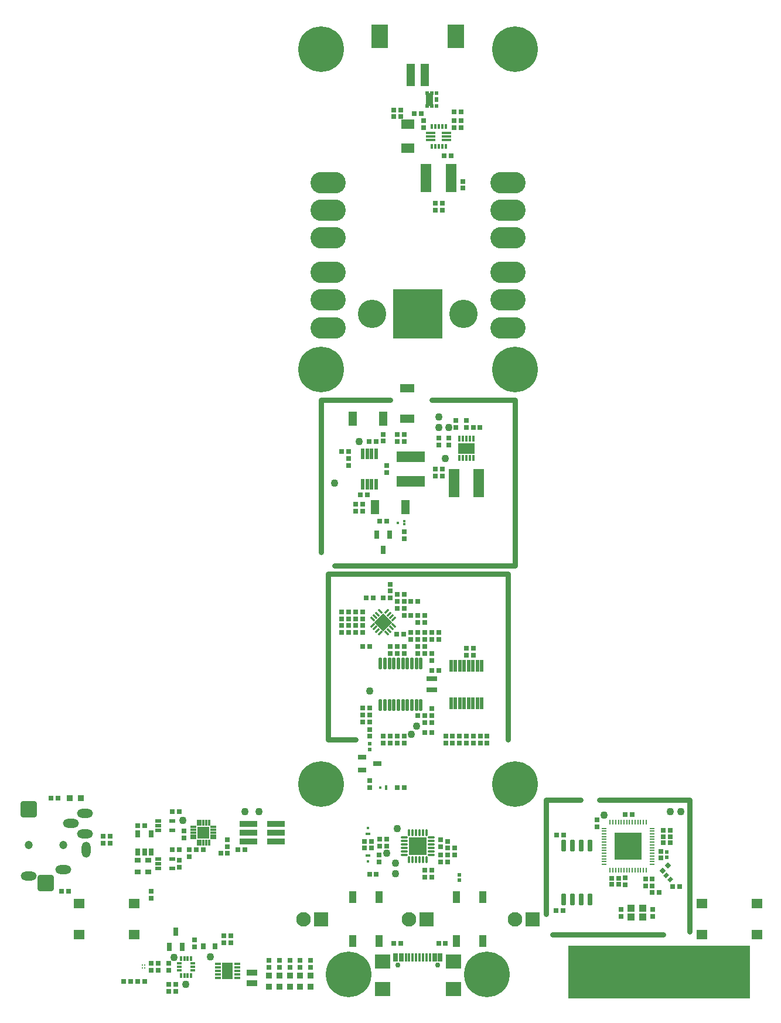
<source format=gbr>
%TF.GenerationSoftware,Altium Limited,Altium Designer,22.5.1 (42)*%
G04 Layer_Color=8388736*
%FSLAX45Y45*%
%MOMM*%
%TF.SameCoordinates,09306DCC-7258-43E0-A79C-DC35209E08F8*%
%TF.FilePolarity,Negative*%
%TF.FileFunction,Soldermask,Top*%
%TF.Part,Single*%
G01*
G75*
%TA.AperFunction,SMDPad,CuDef*%
%ADD46R,0.20320X0.76200*%
%ADD56R,0.76200X0.20320*%
%ADD57R,4.01320X4.01320*%
%ADD67R,1.52400X2.48920*%
%ADD69R,2.48920X1.52400*%
%ADD118R,0.70000X0.65000*%
%ADD119R,0.70000X0.70000*%
%ADD120R,0.70000X0.70000*%
%ADD121R,0.65000X0.70000*%
%TA.AperFunction,ComponentPad*%
%ADD122C,2.10000*%
%ADD123R,2.10000X2.10000*%
%ADD124C,1.20000*%
G04:AMPARAMS|DCode=125|XSize=2.3mm|YSize=2.3mm|CornerRadius=0.27mm|HoleSize=0mm|Usage=FLASHONLY|Rotation=180.000|XOffset=0mm|YOffset=0mm|HoleType=Round|Shape=RoundedRectangle|*
%AMROUNDEDRECTD125*
21,1,2.30000,1.76000,0,0,180.0*
21,1,1.76000,2.30000,0,0,180.0*
1,1,0.54000,-0.88000,0.88000*
1,1,0.54000,0.88000,0.88000*
1,1,0.54000,0.88000,-0.88000*
1,1,0.54000,-0.88000,-0.88000*
%
%ADD125ROUNDEDRECTD125*%
G04:AMPARAMS|DCode=126|XSize=2.3mm|YSize=1.3mm|CornerRadius=0.65mm|HoleSize=0mm|Usage=FLASHONLY|Rotation=180.000|XOffset=0mm|YOffset=0mm|HoleType=Round|Shape=RoundedRectangle|*
%AMROUNDEDRECTD126*
21,1,2.30000,0.00000,0,0,180.0*
21,1,1.00000,1.30000,0,0,180.0*
1,1,1.30000,-0.50000,0.00000*
1,1,1.30000,0.50000,0.00000*
1,1,1.30000,0.50000,0.00000*
1,1,1.30000,-0.50000,0.00000*
%
%ADD126ROUNDEDRECTD126*%
G04:AMPARAMS|DCode=127|XSize=2.3mm|YSize=1.3mm|CornerRadius=0.65mm|HoleSize=0mm|Usage=FLASHONLY|Rotation=90.000|XOffset=0mm|YOffset=0mm|HoleType=Round|Shape=RoundedRectangle|*
%AMROUNDEDRECTD127*
21,1,2.30000,0.00000,0,0,90.0*
21,1,1.00000,1.30000,0,0,90.0*
1,1,1.30000,0.00000,0.50000*
1,1,1.30000,0.00000,-0.50000*
1,1,1.30000,0.00000,-0.50000*
1,1,1.30000,0.00000,0.50000*
%
%ADD127ROUNDEDRECTD127*%
%TA.AperFunction,ViaPad*%
%ADD128C,6.60000*%
%TA.AperFunction,ComponentPad*%
%ADD129C,4.10000*%
%ADD130C,0.75000*%
%TA.AperFunction,NonConductor*%
%ADD139C,0.76200*%
%ADD148R,26.28522X7.60274*%
%ADD149R,1.05000X1.82500*%
%TA.AperFunction,SMDPad,CuDef*%
%ADD150C,1.10000*%
%ADD151R,1.10000X1.70000*%
%ADD152R,1.40000X0.35000*%
%ADD153R,0.35000X0.80000*%
G04:AMPARAMS|DCode=154|XSize=3.1mm|YSize=5.1mm|CornerRadius=1.55mm|HoleSize=0mm|Usage=FLASHONLY|Rotation=90.000|XOffset=0mm|YOffset=0mm|HoleType=Round|Shape=RoundedRectangle|*
%AMROUNDEDRECTD154*
21,1,3.10000,2.00000,0,0,90.0*
21,1,0.00000,5.10000,0,0,90.0*
1,1,3.10000,1.00000,0.00000*
1,1,3.10000,1.00000,0.00000*
1,1,3.10000,-1.00000,0.00000*
1,1,3.10000,-1.00000,0.00000*
%
%ADD154ROUNDEDRECTD154*%
%ADD155P,2.54558X4X360.0*%
G04:AMPARAMS|DCode=156|XSize=0.75mm|YSize=0.35mm|CornerRadius=0mm|HoleSize=0mm|Usage=FLASHONLY|Rotation=135.000|XOffset=0mm|YOffset=0mm|HoleType=Round|Shape=Rectangle|*
%AMROTATEDRECTD156*
4,1,4,0.38891,-0.14142,0.14142,-0.38891,-0.38891,0.14142,-0.14142,0.38891,0.38891,-0.14142,0.0*
%
%ADD156ROTATEDRECTD156*%

G04:AMPARAMS|DCode=157|XSize=0.75mm|YSize=0.35mm|CornerRadius=0mm|HoleSize=0mm|Usage=FLASHONLY|Rotation=225.000|XOffset=0mm|YOffset=0mm|HoleType=Round|Shape=Rectangle|*
%AMROTATEDRECTD157*
4,1,4,0.14142,0.38891,0.38891,0.14142,-0.14142,-0.38891,-0.38891,-0.14142,0.14142,0.38891,0.0*
%
%ADD157ROTATEDRECTD157*%

G04:AMPARAMS|DCode=158|XSize=1.7mm|YSize=0.45mm|CornerRadius=0.0675mm|HoleSize=0mm|Usage=FLASHONLY|Rotation=90.000|XOffset=0mm|YOffset=0mm|HoleType=Round|Shape=RoundedRectangle|*
%AMROUNDEDRECTD158*
21,1,1.70000,0.31500,0,0,90.0*
21,1,1.56500,0.45000,0,0,90.0*
1,1,0.13500,0.15750,0.78250*
1,1,0.13500,0.15750,-0.78250*
1,1,0.13500,-0.15750,-0.78250*
1,1,0.13500,-0.15750,0.78250*
%
%ADD158ROUNDEDRECTD158*%
%ADD159R,1.55000X0.70000*%
G04:AMPARAMS|DCode=160|XSize=1.7mm|YSize=0.51mm|CornerRadius=0.0705mm|HoleSize=0mm|Usage=FLASHONLY|Rotation=270.000|XOffset=0mm|YOffset=0mm|HoleType=Round|Shape=RoundedRectangle|*
%AMROUNDEDRECTD160*
21,1,1.70000,0.36900,0,0,270.0*
21,1,1.55900,0.51000,0,0,270.0*
1,1,0.14100,-0.18450,-0.77950*
1,1,0.14100,-0.18450,0.77950*
1,1,0.14100,0.18450,0.77950*
1,1,0.14100,0.18450,-0.77950*
%
%ADD160ROUNDEDRECTD160*%
%ADD161R,0.60000X0.50000*%
%ADD162R,2.50000X0.86000*%
%ADD163R,0.70000X1.15000*%
%ADD164R,0.44000X0.36000*%
%ADD165R,0.44000X0.30000*%
%ADD166R,1.65000X1.40000*%
%ADD167R,0.50000X0.57500*%
%ADD168R,0.50000X0.76000*%
%ADD169R,0.90000X0.70000*%
%ADD170R,0.70000X1.10000*%
%TA.AperFunction,ConnectorPad*%
%ADD171R,1.30000X3.20000*%
%ADD172R,2.40000X3.40000*%
%TA.AperFunction,SMDPad,CuDef*%
%ADD173R,0.90000X0.55000*%
%ADD174R,7.10000X7.10000*%
%ADD175R,1.15000X0.70000*%
G04:AMPARAMS|DCode=176|XSize=1.65mm|YSize=0.7mm|CornerRadius=0.08mm|HoleSize=0mm|Usage=FLASHONLY|Rotation=90.000|XOffset=0mm|YOffset=0mm|HoleType=Round|Shape=RoundedRectangle|*
%AMROUNDEDRECTD176*
21,1,1.65000,0.54000,0,0,90.0*
21,1,1.49000,0.70000,0,0,90.0*
1,1,0.16000,0.27000,0.74500*
1,1,0.16000,0.27000,-0.74500*
1,1,0.16000,-0.27000,-0.74500*
1,1,0.16000,-0.27000,0.74500*
%
%ADD176ROUNDEDRECTD176*%
%ADD177R,0.90000X0.90000*%
%ADD178R,1.90000X1.40000*%
%ADD179R,1.60000X4.10000*%
%ADD180R,0.70000X0.90000*%
%ADD181R,1.10000X1.00000*%
G04:AMPARAMS|DCode=182|XSize=0.5mm|YSize=0.6mm|CornerRadius=0mm|HoleSize=0mm|Usage=FLASHONLY|Rotation=315.000|XOffset=0mm|YOffset=0mm|HoleType=Round|Shape=Rectangle|*
%AMROTATEDRECTD182*
4,1,4,-0.38891,-0.03535,0.03535,0.38891,0.38891,0.03535,-0.03535,-0.38891,-0.38891,-0.03535,0.0*
%
%ADD182ROTATEDRECTD182*%

%ADD183P,0.98995X4X360.0*%
%ADD184R,0.90000X0.30000*%
%ADD185R,0.30000X0.90000*%
%ADD186R,1.80000X1.80000*%
%ADD187R,2.00000X1.30000*%
%ADD188R,2.55000X2.55000*%
G04:AMPARAMS|DCode=189|XSize=0.96mm|YSize=0.37mm|CornerRadius=0.08375mm|HoleSize=0mm|Usage=FLASHONLY|Rotation=90.000|XOffset=0mm|YOffset=0mm|HoleType=Round|Shape=RoundedRectangle|*
%AMROUNDEDRECTD189*
21,1,0.96000,0.20250,0,0,90.0*
21,1,0.79250,0.37000,0,0,90.0*
1,1,0.16750,0.10125,0.39625*
1,1,0.16750,0.10125,-0.39625*
1,1,0.16750,-0.10125,-0.39625*
1,1,0.16750,-0.10125,0.39625*
%
%ADD189ROUNDEDRECTD189*%
G04:AMPARAMS|DCode=190|XSize=0.96mm|YSize=0.37mm|CornerRadius=0.08375mm|HoleSize=0mm|Usage=FLASHONLY|Rotation=180.000|XOffset=0mm|YOffset=0mm|HoleType=Round|Shape=RoundedRectangle|*
%AMROUNDEDRECTD190*
21,1,0.96000,0.20250,0,0,180.0*
21,1,0.79250,0.37000,0,0,180.0*
1,1,0.16750,-0.39625,0.10125*
1,1,0.16750,0.39625,0.10125*
1,1,0.16750,0.39625,-0.10125*
1,1,0.16750,-0.39625,-0.10125*
%
%ADD190ROUNDEDRECTD190*%
%ADD191R,4.10000X1.60000*%
%ADD192R,1.60000X0.90000*%
%ADD193R,0.91280X0.35400*%
%ADD194R,0.35400X0.91280*%
%ADD195R,0.45560X0.68420*%
%ADD196R,0.68420X0.45560*%
%ADD197C,0.33000*%
G04:AMPARAMS|DCode=198|XSize=1.55mm|YSize=0.55mm|CornerRadius=0.0725mm|HoleSize=0mm|Usage=FLASHONLY|Rotation=90.000|XOffset=0mm|YOffset=0mm|HoleType=Round|Shape=RoundedRectangle|*
%AMROUNDEDRECTD198*
21,1,1.55000,0.40500,0,0,90.0*
21,1,1.40500,0.55000,0,0,90.0*
1,1,0.14500,0.20250,0.70250*
1,1,0.14500,0.20250,-0.70250*
1,1,0.14500,-0.20250,-0.70250*
1,1,0.14500,-0.20250,0.70250*
%
%ADD198ROUNDEDRECTD198*%
%TA.AperFunction,ConnectorPad*%
%ADD199R,2.28000X2.10000*%
%ADD200R,0.40000X1.25000*%
%ADD201R,0.70000X1.25000*%
%TA.AperFunction,SMDPad,CuDef*%
%ADD202R,0.90000X0.90000*%
%ADD203R,0.30000X0.44000*%
%ADD204R,0.36000X0.44000*%
%ADD205R,1.30000X2.00000*%
D46*
X2778528Y-7243174D02*
D03*
X2818528Y-7243174D02*
D03*
X2858528D02*
D03*
X3218528Y-6552294D02*
D03*
X3178528D02*
D03*
X3138528D02*
D03*
X3298528Y-6552294D02*
D03*
X3258528Y-6552294D02*
D03*
X3098528Y-6552294D02*
D03*
X3058528Y-6552294D02*
D03*
X3018528D02*
D03*
X2978528Y-6552294D02*
D03*
X2938528Y-6552294D02*
D03*
X2898528D02*
D03*
X2858528D02*
D03*
X2818528D02*
D03*
X2778528D02*
D03*
X2898528Y-7243174D02*
D03*
X2938528D02*
D03*
X2978528Y-7243174D02*
D03*
X3018528Y-7243174D02*
D03*
X3058528D02*
D03*
X3098528Y-7243174D02*
D03*
X3138528Y-7243174D02*
D03*
X3178528D02*
D03*
X3218528D02*
D03*
X3258528D02*
D03*
X3298528D02*
D03*
D56*
X3383968Y-7157734D02*
D03*
Y-7117734D02*
D03*
Y-7077734D02*
D03*
Y-7037734D02*
D03*
Y-6997734D02*
D03*
Y-6957734D02*
D03*
Y-6917734D02*
D03*
Y-6877734D02*
D03*
Y-6797734D02*
D03*
Y-6757734D02*
D03*
Y-6717734D02*
D03*
Y-6677734D02*
D03*
X3383968Y-6637734D02*
D03*
X2693088D02*
D03*
X2693088Y-6677734D02*
D03*
Y-6717734D02*
D03*
Y-6757734D02*
D03*
Y-6797734D02*
D03*
X2693088Y-6837734D02*
D03*
Y-6877735D02*
D03*
X2693088Y-6917734D02*
D03*
X2693088Y-6957734D02*
D03*
X2693088Y-6997734D02*
D03*
Y-7037734D02*
D03*
Y-7077734D02*
D03*
Y-7117734D02*
D03*
X2693088Y-7157734D02*
D03*
X3383968Y-6837735D02*
D03*
D57*
X3038528Y-6897734D02*
D03*
D67*
X-2750000Y-8700000D02*
D03*
D69*
X699499Y-1142852D02*
D03*
D118*
X-2850000Y-7000000D02*
D03*
X-2750000Y-7000000D02*
D03*
X1998528Y-7827734D02*
D03*
X2098528Y-7827735D02*
D03*
X-1099498Y-3507147D02*
D03*
X-999499Y-3507147D02*
D03*
X-749499Y-3307148D02*
D03*
X-649499Y-3307147D02*
D03*
X-499498Y-3307148D02*
D03*
X-399499Y-3307147D02*
D03*
X-199498Y-3357148D02*
D03*
X-299499Y-3357147D02*
D03*
X200000Y-5250000D02*
D03*
X100000Y-5250000D02*
D03*
X-199499Y-3557147D02*
D03*
X-99499D02*
D03*
X501Y-3807147D02*
D03*
X100501D02*
D03*
Y-3557147D02*
D03*
X501D02*
D03*
X100501Y-4007147D02*
D03*
X501D02*
D03*
X100501Y-3907147D02*
D03*
X501D02*
D03*
X200501D02*
D03*
X300501D02*
D03*
X-399499Y-4107147D02*
D03*
X-299499D02*
D03*
X-399499Y-4007147D02*
D03*
X-299499D02*
D03*
X-199499Y-3257148D02*
D03*
X-299499Y-3257147D02*
D03*
X-799500Y-4007147D02*
D03*
X-699499Y-4007147D02*
D03*
X-1099499Y-3807147D02*
D03*
X-999499D02*
D03*
X-1099499Y-3607147D02*
D03*
X-999499D02*
D03*
X-1099498Y-3707147D02*
D03*
X-999498Y-3707148D02*
D03*
X-450000Y-2200000D02*
D03*
X-550000Y-2200000D02*
D03*
X-700000Y-7300000D02*
D03*
X-600000Y-7300000D02*
D03*
X-50000Y3700000D02*
D03*
X50000Y3700000D02*
D03*
X-200000Y-6050000D02*
D03*
X-300000Y-6050000D02*
D03*
X520492Y3717852D02*
D03*
X620493Y3717852D02*
D03*
X-2500001Y-6950000D02*
D03*
X-2600001D02*
D03*
X-5300000Y-6200000D02*
D03*
X-5199999D02*
D03*
X-600501Y-1042852D02*
D03*
X-700501D02*
D03*
X-1100501Y-1192852D02*
D03*
X-1000501D02*
D03*
X-549999Y-6794939D02*
D03*
X-449999Y-6794938D02*
D03*
X-549999Y-6894938D02*
D03*
X-449999Y-6894938D02*
D03*
X300000Y-8300000D02*
D03*
X400000Y-8299999D02*
D03*
X-250000Y-8300000D02*
D03*
X-350000Y-8300000D02*
D03*
X-4150000Y-8850000D02*
D03*
X-4250000D02*
D03*
X-4050000D02*
D03*
X-3950000D02*
D03*
X-4450000Y-6850000D02*
D03*
X-4550000Y-6850000D02*
D03*
X-4450000Y-6750000D02*
D03*
X-4550001Y-6750001D02*
D03*
D119*
X-99508Y-3807138D02*
D03*
Y-3907145D02*
D03*
X-199508Y-4007138D02*
D03*
X-199508Y-4107145D02*
D03*
X-3230192Y-8352852D02*
D03*
X-3230193Y-8252846D02*
D03*
X650492Y2617843D02*
D03*
Y2717850D02*
D03*
X80662Y3591698D02*
D03*
X80661Y3491690D02*
D03*
X2588519Y-6617732D02*
D03*
Y-6517725D02*
D03*
X3393518Y-7907732D02*
D03*
X3393518Y-7807725D02*
D03*
X2933537Y-7807737D02*
D03*
Y-7907744D02*
D03*
X3508519Y-7067732D02*
D03*
Y-6967725D02*
D03*
X3388537Y-7367737D02*
D03*
Y-7467744D02*
D03*
X3288537Y-7367737D02*
D03*
Y-7467744D02*
D03*
X-3300009Y-7049997D02*
D03*
X-3300010Y-6949990D02*
D03*
X430010Y-7124948D02*
D03*
Y-7024941D02*
D03*
X330011Y-7124948D02*
D03*
X330011Y-7024940D02*
D03*
X-3850511Y-8592842D02*
D03*
X-3850510Y-8692850D02*
D03*
X-3750492Y-8692862D02*
D03*
Y-8592855D02*
D03*
X-3500492Y-8992862D02*
D03*
X-3500492Y-8892855D02*
D03*
X-3600492Y-8992862D02*
D03*
Y-8892855D02*
D03*
X-3600491Y-8692862D02*
D03*
X-3600492Y-8592855D02*
D03*
X-450511Y-1392843D02*
D03*
Y-1492850D02*
D03*
X449490Y-992843D02*
D03*
Y-1092849D02*
D03*
D120*
X492Y-5007157D02*
D03*
X100499D02*
D03*
X200511Y-5107138D02*
D03*
X100504Y-5107139D02*
D03*
X200491Y-4357157D02*
D03*
X300499Y-4357157D02*
D03*
X-199489Y-3457138D02*
D03*
X-299496D02*
D03*
X511Y-3357138D02*
D03*
X-99496D02*
D03*
X491Y-3657157D02*
D03*
X100499Y-3657157D02*
D03*
X492Y-4107157D02*
D03*
X100499D02*
D03*
X300511Y-3807138D02*
D03*
X200504Y-3807138D02*
D03*
X700491Y-4132157D02*
D03*
X800499Y-4132157D02*
D03*
X700492Y-4032157D02*
D03*
X800499D02*
D03*
X-207113Y-3833172D02*
D03*
X-307120Y-3833172D02*
D03*
X-3949990Y-6599991D02*
D03*
X-4049997D02*
D03*
X-3550011Y-6950009D02*
D03*
X-3450003Y-6950010D02*
D03*
X-3449991Y-6399990D02*
D03*
X-3549998Y-6399990D02*
D03*
X-900010Y-1950009D02*
D03*
X-800003Y-1950010D02*
D03*
X-900011Y-2050009D02*
D03*
X-800002Y-2050009D02*
D03*
X-733001Y-1811602D02*
D03*
X-833008Y-1811602D02*
D03*
X-800009Y-4900008D02*
D03*
X-700003Y-4900010D02*
D03*
X-800011Y-5000009D02*
D03*
X-700003Y-5000010D02*
D03*
X-800010Y-5100010D02*
D03*
X-700003D02*
D03*
X-350010Y3749991D02*
D03*
X-250003Y3749991D02*
D03*
X2108525Y-6737744D02*
D03*
X2008518D02*
D03*
X3678537Y-7477737D02*
D03*
X3778544D02*
D03*
X3488525Y-7567744D02*
D03*
X3388518D02*
D03*
X2898525Y-7357744D02*
D03*
X2798518D02*
D03*
X2898525Y-7447744D02*
D03*
X2798518D02*
D03*
X3648525Y-6847744D02*
D03*
X3548518D02*
D03*
X3648525Y-6757744D02*
D03*
X3548518D02*
D03*
X3648525Y-6667744D02*
D03*
X3548518D02*
D03*
X3098525Y-6437744D02*
D03*
X2998518D02*
D03*
X-3099994Y-6950001D02*
D03*
X-3200000Y-6950000D02*
D03*
X620496Y3591697D02*
D03*
X520488Y3591698D02*
D03*
X200011Y-7344929D02*
D03*
X100003Y-7344928D02*
D03*
X200011Y-7244929D02*
D03*
X100003Y-7244929D02*
D03*
X480257Y3085785D02*
D03*
X380250D02*
D03*
X-350010Y3649990D02*
D03*
X-250002Y3649990D02*
D03*
X520491Y3491708D02*
D03*
X620499Y3491708D02*
D03*
X-300511Y-1042862D02*
D03*
X-200504D02*
D03*
X-300511Y-942862D02*
D03*
X-200504D02*
D03*
X899508Y-842843D02*
D03*
X799502D02*
D03*
X249489Y-1442861D02*
D03*
X349496D02*
D03*
X249489Y-1542862D02*
D03*
X349496D02*
D03*
X-5150010Y-7550009D02*
D03*
X-5050003D02*
D03*
D121*
X-3850000Y-7650000D02*
D03*
X-3850000Y-7550000D02*
D03*
X-799499Y-3607147D02*
D03*
X-799499Y-3507147D02*
D03*
X-899499Y-3507147D02*
D03*
Y-3607147D02*
D03*
X200501Y-4907147D02*
D03*
Y-5007147D02*
D03*
Y-4207147D02*
D03*
Y-4107148D02*
D03*
X400501Y-5307147D02*
D03*
X400501Y-5407148D02*
D03*
X500501Y-5307148D02*
D03*
Y-5407147D02*
D03*
X600501Y-5307148D02*
D03*
Y-5407147D02*
D03*
X700501Y-5307147D02*
D03*
X700501Y-5407148D02*
D03*
X800501Y-5307148D02*
D03*
Y-5407147D02*
D03*
X900501Y-5307148D02*
D03*
Y-5407147D02*
D03*
X1000501Y-5307148D02*
D03*
Y-5407147D02*
D03*
X-899499Y-3807147D02*
D03*
Y-3707148D02*
D03*
X-499499Y-5307147D02*
D03*
Y-5407147D02*
D03*
X-699499Y-5207148D02*
D03*
Y-5307147D02*
D03*
X-399499D02*
D03*
Y-5407147D02*
D03*
X-299499Y-5307147D02*
D03*
Y-5407147D02*
D03*
X-199498Y-5307148D02*
D03*
Y-5407148D02*
D03*
X-799499Y-3707147D02*
D03*
X-799499Y-3807147D02*
D03*
X-399499Y-3107147D02*
D03*
X-399499Y-3207147D02*
D03*
X-200000Y-2350000D02*
D03*
X-200000Y-2450000D02*
D03*
X250000Y2300000D02*
D03*
X249999Y2400000D02*
D03*
X350000Y2400000D02*
D03*
X350000Y2300000D02*
D03*
X-2750000Y-6900000D02*
D03*
Y-6800001D02*
D03*
X-3383950Y-6673444D02*
D03*
X-3383950Y-6773444D02*
D03*
X-3450000Y-7100000D02*
D03*
X-3450000Y-7200000D02*
D03*
X-2000000Y-8550000D02*
D03*
X-2000000Y-8650000D02*
D03*
X2998528Y-7352735D02*
D03*
X2998528Y-7452735D02*
D03*
X430011Y-6824939D02*
D03*
X430010Y-6924938D02*
D03*
X530000Y-7024938D02*
D03*
X530001Y-6924938D02*
D03*
X-1000501Y-1292852D02*
D03*
Y-1392852D02*
D03*
X-557526Y-7123392D02*
D03*
X-557525Y-7023392D02*
D03*
X-1550000Y-8550000D02*
D03*
X-1550000Y-8650000D02*
D03*
X-1700000Y-8550000D02*
D03*
X-1700000Y-8650000D02*
D03*
X-1850000Y-8550000D02*
D03*
X-1849999Y-8650000D02*
D03*
X330001Y-6804938D02*
D03*
X330001Y-6904938D02*
D03*
X-772499Y-6924938D02*
D03*
Y-6824938D02*
D03*
X-672499D02*
D03*
Y-6924938D02*
D03*
X-2700501Y-8192852D02*
D03*
Y-8292852D02*
D03*
X-2800501Y-8192852D02*
D03*
Y-8292852D02*
D03*
X-500501Y-940352D02*
D03*
Y-1040352D02*
D03*
X-2150000Y-8550000D02*
D03*
X-2150000Y-8650000D02*
D03*
X699499Y-742852D02*
D03*
Y-842852D02*
D03*
X-700000Y-5950000D02*
D03*
X-700000Y-6050000D02*
D03*
X549499Y-842852D02*
D03*
Y-742852D02*
D03*
X299499Y-1092852D02*
D03*
Y-992852D02*
D03*
D122*
X-1654000Y-7950000D02*
D03*
X-127000Y-7950000D02*
D03*
X1400001Y-7950000D02*
D03*
D123*
X-1400000Y-7950000D02*
D03*
X127000Y-7950000D02*
D03*
X1654001Y-7950000D02*
D03*
D124*
X-5125000Y-6875000D02*
D03*
X-5625000D02*
D03*
D125*
X-5375000Y-7425000D02*
D03*
X-5625000Y-6365000D02*
D03*
D126*
X-4815000Y-6425000D02*
D03*
X-5015000Y-6565000D02*
D03*
X-5625000Y-7325000D02*
D03*
X-4815000Y-6715000D02*
D03*
X-5125000Y-7235000D02*
D03*
D127*
X-4795000Y-6945000D02*
D03*
D128*
X-1400000Y4625000D02*
D03*
X1400000D02*
D03*
X-1400000Y0D02*
D03*
X1400000D02*
D03*
X-1400000Y-6000000D02*
D03*
X1400000D02*
D03*
X1000000Y-8750000D02*
D03*
X-1000000D02*
D03*
D129*
X-660000Y800000D02*
D03*
X660000Y800000D02*
D03*
D130*
X289001Y-8614938D02*
D03*
X-288999D02*
D03*
D139*
X1399499Y-442852D02*
X1399500Y-2842855D01*
X199492Y-442855D02*
X1399499Y-442852D01*
X-1400540Y-442838D02*
X-400498Y-442851D01*
X-1400540Y-442838D02*
X-1400535Y-2642850D01*
X-1200531Y-2842868D02*
X1399500Y-2842855D01*
X-1299499Y-5357147D02*
X-899499D01*
X-1299499Y-5357148D02*
Y-2957148D01*
Y-2957147D02*
X1300501Y-2957147D01*
Y-5357147D02*
Y-2957147D01*
X1848534Y-7877734D02*
Y-6227734D01*
X3923528Y-8127741D02*
Y-6227742D01*
X2623504D02*
X3923528D01*
X1848534Y-6227734D02*
X2348501D01*
Y-6227735D02*
Y-6227734D01*
X1848534Y-6227735D02*
Y-6227734D01*
X1948528Y-8177734D02*
X3548530Y-8177733D01*
D148*
X3485739Y-8719863D02*
D03*
D149*
X167499Y3900003D02*
D03*
D150*
X3800000Y-6400000D02*
D03*
X2686626Y-6448276D02*
D03*
X-1200000Y-1650000D02*
D03*
X-95237Y-5280018D02*
D03*
X-21999Y-5157147D02*
D03*
X-700000Y-4650000D02*
D03*
X3650000Y-6400000D02*
D03*
X-2500000D02*
D03*
X-3394015Y-6518735D02*
D03*
X-2300000Y-6400000D02*
D03*
X-850501Y-1042852D02*
D03*
X-324999Y-7294938D02*
D03*
X-299999Y-6644938D02*
D03*
X-449999Y-6994938D02*
D03*
X-324999Y-7144938D02*
D03*
X-3522721Y-8504340D02*
D03*
X-3350501Y-8892852D02*
D03*
X-3000501Y-8492852D02*
D03*
X299499Y-692852D02*
D03*
X449499Y-842852D02*
D03*
X299499D02*
D03*
X399499Y-1292852D02*
D03*
D151*
X-940000Y-7630000D02*
D03*
X-560000D02*
D03*
Y-8270000D02*
D03*
X-940000D02*
D03*
X560000Y-7630000D02*
D03*
X940000D02*
D03*
Y-8270000D02*
D03*
X560000D02*
D03*
D152*
X185502Y3417852D02*
D03*
X185501Y3367853D02*
D03*
Y3317852D02*
D03*
X415502Y3417852D02*
D03*
X415502Y3367852D02*
D03*
X415501Y3317852D02*
D03*
D153*
X400501Y3222852D02*
D03*
X350501Y3222852D02*
D03*
X300502Y3222852D02*
D03*
X250501Y3222853D02*
D03*
X200502Y3222852D02*
D03*
X200501Y3512852D02*
D03*
X250501Y3512852D02*
D03*
X300501Y3512852D02*
D03*
X350501D02*
D03*
X400501Y3512852D02*
D03*
D154*
X1300000Y2700000D02*
D03*
X1300000Y1900000D02*
D03*
X1300000Y2300000D02*
D03*
Y1400001D02*
D03*
Y600000D02*
D03*
Y1000000D02*
D03*
X-1300000D02*
D03*
X-1300000Y1400000D02*
D03*
X-1300000Y600000D02*
D03*
X-1300000Y2300000D02*
D03*
X-1300000Y2700000D02*
D03*
X-1300000Y1900000D02*
D03*
D155*
X-499499Y-3657147D02*
D03*
D156*
X-653295Y-3609417D02*
D03*
X-617940Y-3574062D02*
D03*
X-582585Y-3538707D02*
D03*
X-547229Y-3503352D02*
D03*
X-345704Y-3704877D02*
D03*
X-381059Y-3740233D02*
D03*
X-416414Y-3775588D02*
D03*
X-451769Y-3810943D02*
D03*
D157*
X-653295Y-3704877D02*
D03*
X-451769Y-3503352D02*
D03*
X-416414Y-3538707D02*
D03*
X-381059Y-3574062D02*
D03*
X-345704Y-3609418D02*
D03*
X-617940Y-3740233D02*
D03*
X-582584Y-3775588D02*
D03*
X-547229Y-3810943D02*
D03*
D158*
X-216999Y-4857147D02*
D03*
X-281999D02*
D03*
X-411999Y-4257147D02*
D03*
X-476999D02*
D03*
X-541998Y-4257148D02*
D03*
Y-4857147D02*
D03*
X-476999Y-4857147D02*
D03*
X-411999Y-4857147D02*
D03*
X-346999D02*
D03*
X-346998Y-4257147D02*
D03*
X-281999D02*
D03*
X-216999D02*
D03*
X-151998Y-4257148D02*
D03*
X-86999Y-4257147D02*
D03*
X-21999Y-4257147D02*
D03*
X43002D02*
D03*
X-151998Y-4857147D02*
D03*
X-86999Y-4857148D02*
D03*
X-21999Y-4857147D02*
D03*
X43002Y-4857147D02*
D03*
D159*
X200501Y-4637147D02*
D03*
Y-4477148D02*
D03*
D160*
X922751Y-4287147D02*
D03*
X605251D02*
D03*
X668751D02*
D03*
X732251D02*
D03*
X795752Y-4287147D02*
D03*
X859251Y-4287147D02*
D03*
X541751D02*
D03*
X478251D02*
D03*
Y-4827147D02*
D03*
X541751D02*
D03*
X605251D02*
D03*
X668751D02*
D03*
X732251D02*
D03*
X795751D02*
D03*
X859251D02*
D03*
X922751D02*
D03*
D161*
X-699499Y-5497147D02*
D03*
X-699498Y-5417148D02*
D03*
X3598528Y-7057734D02*
D03*
Y-6977735D02*
D03*
X600000Y-7390000D02*
D03*
X600000Y-7310000D02*
D03*
D162*
X-2055000Y-6827000D02*
D03*
X-2054999Y-6700000D02*
D03*
X-2054999Y-6573000D02*
D03*
X-2445000Y-6573000D02*
D03*
X-2444999Y-6700001D02*
D03*
Y-6827001D02*
D03*
D163*
X-500000Y-2610000D02*
D03*
X-595000Y-2390000D02*
D03*
X-405000Y-2390001D02*
D03*
X-3595501Y-8352852D02*
D03*
X-3405501Y-8352852D02*
D03*
X-3500501Y-8132852D02*
D03*
D164*
X-286001Y-2219000D02*
D03*
X-543000Y-6050000D02*
D03*
D165*
X-200000Y-2200000D02*
D03*
X-200000Y-2238000D02*
D03*
X-456999Y-6068999D02*
D03*
X-456998Y-6031000D02*
D03*
D166*
X-4897500Y-7725000D02*
D03*
X-4102500D02*
D03*
X-4897500Y-8175000D02*
D03*
X-4102500D02*
D03*
X4102500Y-7725000D02*
D03*
X4897500D02*
D03*
X4102500Y-8175000D02*
D03*
X4897500D02*
D03*
D167*
X135000Y3808750D02*
D03*
X200000Y3808750D02*
D03*
X265000Y3808751D02*
D03*
X265000Y3991250D02*
D03*
X200000Y3991250D02*
D03*
X135000Y3991250D02*
D03*
D168*
X265000Y3900000D02*
D03*
D169*
X-3900001Y-7270000D02*
D03*
X-3900000Y-7100000D02*
D03*
X-4050000Y-7269999D02*
D03*
X-4050000Y-7100000D02*
D03*
D170*
X-4045000Y-6980000D02*
D03*
X-3950000Y-6980000D02*
D03*
X-3855000D02*
D03*
Y-6720000D02*
D03*
X-4045000D02*
D03*
D171*
X-100501Y4257148D02*
D03*
X99499Y4257148D02*
D03*
D172*
X-550501Y4817148D02*
D03*
X551498D02*
D03*
D173*
X-3550000Y-7215000D02*
D03*
X-3750001D02*
D03*
X-3750000Y-7150000D02*
D03*
X-3750000Y-7085000D02*
D03*
X-3550000Y-7085000D02*
D03*
X-3550000Y-6534999D02*
D03*
X-3750001Y-6535000D02*
D03*
X-3750000Y-6600000D02*
D03*
Y-6665001D02*
D03*
X-3550001Y-6665000D02*
D03*
D174*
X0Y800000D02*
D03*
D175*
X-590001Y-5700000D02*
D03*
X-810000Y-5795000D02*
D03*
X-810000Y-5605000D02*
D03*
D176*
X2108028Y-7664734D02*
D03*
X2235028D02*
D03*
X2362028D02*
D03*
X2489028D02*
D03*
Y-6890735D02*
D03*
X2362028D02*
D03*
X2235028D02*
D03*
X2108028D02*
D03*
D177*
X-2000000Y-8930000D02*
D03*
X-2000000Y-8770000D02*
D03*
X-1550000Y-8930001D02*
D03*
X-1550001Y-8770000D02*
D03*
X-1700000Y-8770000D02*
D03*
Y-8930000D02*
D03*
X-1850000Y-8769999D02*
D03*
Y-8930000D02*
D03*
X-2150000Y-8930000D02*
D03*
X-2150000Y-8770000D02*
D03*
D178*
X-149499Y3192852D02*
D03*
Y3542852D02*
D03*
D179*
X480501Y2767852D02*
D03*
X120501Y2767852D02*
D03*
X519499Y-1642852D02*
D03*
X879498D02*
D03*
D180*
X-3100501Y-8342852D02*
D03*
X-2930502Y-8342853D02*
D03*
D181*
X3078528Y-7792735D02*
D03*
X3248528D02*
D03*
X3248528Y-7922735D02*
D03*
X3078528D02*
D03*
D182*
X3646812Y-7376019D02*
D03*
X3590244Y-7319450D02*
D03*
D183*
X3538528Y-7247735D02*
D03*
X3609244Y-7177019D02*
D03*
D184*
X-2955000Y-6659999D02*
D03*
X-3245000Y-6700000D02*
D03*
X-3245000Y-6660000D02*
D03*
X-3245000Y-6780000D02*
D03*
X-3245000Y-6740001D02*
D03*
X-2955000Y-6619999D02*
D03*
Y-6739999D02*
D03*
X-2955000Y-6700000D02*
D03*
X-2955000Y-6780000D02*
D03*
X-3245000Y-6620000D02*
D03*
D185*
X-3020000Y-6555000D02*
D03*
X-3060000Y-6555000D02*
D03*
X-3180000Y-6555001D02*
D03*
X-3140000Y-6555000D02*
D03*
X-3100000Y-6555000D02*
D03*
X-3020001Y-6845000D02*
D03*
X-3060000Y-6845001D02*
D03*
X-3140000D02*
D03*
X-3100000Y-6845000D02*
D03*
X-3180000Y-6845000D02*
D03*
D186*
X-3100000Y-6700000D02*
D03*
D187*
X-150501Y-272852D02*
D03*
Y-712852D02*
D03*
D188*
X1Y-6894938D02*
D03*
D189*
X-124999Y-6701438D02*
D03*
X-74999D02*
D03*
X-24999D02*
D03*
X25001D02*
D03*
X75001Y-6701438D02*
D03*
X125002Y-6701438D02*
D03*
X125001Y-7088438D02*
D03*
X75001Y-7088438D02*
D03*
X25001Y-7088438D02*
D03*
X-24999Y-7088438D02*
D03*
X-74999Y-7088438D02*
D03*
X-124999Y-7088438D02*
D03*
D190*
X-193499Y-7019938D02*
D03*
Y-6969938D02*
D03*
X-193499Y-6919938D02*
D03*
X-193498Y-6869938D02*
D03*
X-193499Y-6819938D02*
D03*
X-193499Y-6769938D02*
D03*
X193501Y-6769938D02*
D03*
X193501Y-6819938D02*
D03*
X193501Y-6869938D02*
D03*
X193501Y-6919938D02*
D03*
X193501Y-6969938D02*
D03*
X193502Y-7019938D02*
D03*
D191*
X-100501Y-1262853D02*
D03*
Y-1622852D02*
D03*
D192*
X-2400000Y-8875000D02*
D03*
Y-8725000D02*
D03*
D193*
X-2889700Y-8800000D02*
D03*
Y-8750000D02*
D03*
X-2889700Y-8700000D02*
D03*
X-2889700Y-8650000D02*
D03*
X-2889700Y-8600000D02*
D03*
X-2610300D02*
D03*
Y-8650000D02*
D03*
X-2610300Y-8700000D02*
D03*
X-2610300Y-8750000D02*
D03*
X-2610301Y-8800000D02*
D03*
D194*
X799499Y-1282552D02*
D03*
X749499D02*
D03*
X699499D02*
D03*
X649499D02*
D03*
X599499D02*
D03*
Y-1003152D02*
D03*
X649499D02*
D03*
X699499D02*
D03*
X749499D02*
D03*
X799499D02*
D03*
D195*
X-3275482Y-8522202D02*
D03*
X-3325494Y-8522202D02*
D03*
X-3375507Y-8522202D02*
D03*
X-3425520D02*
D03*
Y-8763502D02*
D03*
X-3375507D02*
D03*
X-3325494Y-8763502D02*
D03*
X-3275482Y-8763502D02*
D03*
D196*
X-3446371Y-8592840D02*
D03*
X-3446371Y-8642852D02*
D03*
X-3446371Y-8692865D02*
D03*
X-3254631Y-8692865D02*
D03*
X-3254631Y-8642852D02*
D03*
Y-8592839D02*
D03*
D197*
X-3984082Y-8655588D02*
D03*
X-3984082Y-8615589D02*
D03*
X-3944083Y-8655589D02*
D03*
X-3944083Y-8615588D02*
D03*
D198*
X-603001Y-1222853D02*
D03*
X-668001D02*
D03*
X-733001D02*
D03*
X-798001D02*
D03*
Y-1662852D02*
D03*
X-733001D02*
D03*
X-668001D02*
D03*
X-603001D02*
D03*
D199*
X511001Y-8957938D02*
D03*
X-510999D02*
D03*
X511001Y-8564939D02*
D03*
X-510999Y-8564938D02*
D03*
D200*
X25001Y-8507438D02*
D03*
X-24999Y-8507439D02*
D03*
X75001Y-8507438D02*
D03*
X-74999D02*
D03*
X125001Y-8507439D02*
D03*
X-124998Y-8507438D02*
D03*
X175001Y-8507438D02*
D03*
X-174999Y-8507438D02*
D03*
D201*
X320001Y-8507438D02*
D03*
X240001Y-8507438D02*
D03*
X-239999Y-8507438D02*
D03*
X-319999Y-8507438D02*
D03*
D202*
X-4870000Y-6200000D02*
D03*
X-5030000Y-6200000D02*
D03*
D203*
X-741499Y-6717938D02*
D03*
X-703499Y-6717938D02*
D03*
X-703499Y-7031939D02*
D03*
X-741499Y-7031938D02*
D03*
D204*
X-722499Y-6631939D02*
D03*
Y-7117938D02*
D03*
D205*
X-500501Y-712852D02*
D03*
X-940501D02*
D03*
X-620501Y-1992852D02*
D03*
X-180501D02*
D03*
%TF.MD5,47c272334fc44d3f95c624bd317f549d*%
M02*

</source>
